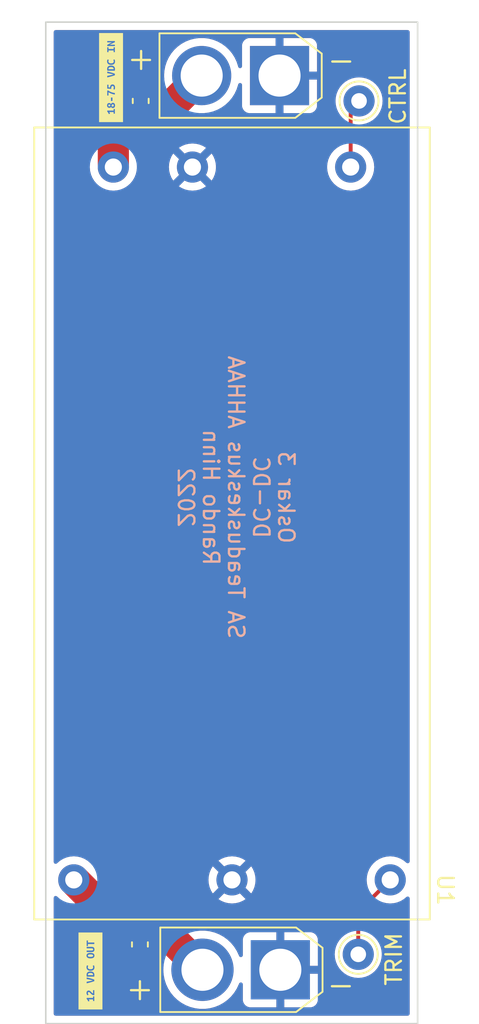
<source format=kicad_pcb>
(kicad_pcb (version 20211014) (generator pcbnew)
  (layers (0 "F.Cu" signal) (31 "B.Cu" signal) (34 "B.Paste" user) (35 "F.Paste" user) (36 "B.SilkS" user "B.Silkscreen") (37 "F.SilkS" user "F.Silkscreen") (38 "B.Mask" user) (39 "F.Mask" user) (44 "Edge.Cuts" user))
  (net 0 "")
  (net 1 "Net-(C1-Pad1)")
  (net 2 "Net-(C2-Pad1)")
  (net 3 "Net-(J2-Pad1)")
  (net 4 "Net-(J3-Pad1)")
  (net 5 "GND")
  (footprint "kibuzzard-625E659B" (layer "F.Cu") (at 170.2308 63.5254 90)
    (fp_text reference "kibuzzard-625E659B" hide)
    (fp_text value "G***" hide)
    (fp_poly (pts (xy -1.709738 0.117872) (xy -1.715691 0.090091) (xy -1.734741 0.068263) (xy -1.768475 0.048419) (xy -1.817688 0.027384) (xy -1.851819 0.068263) (xy -1.863725 0.111522) (xy -1.841103 0.159544) (xy -1.787525 0.175816) (xy -1.730772 0.15875) (xy -1.709738 0.117872)) (layer "F.SilkS") (width 0) (fill solid))
    (fp_poly (pts (xy -1.786731 -0.175816) (xy -1.831578 -0.161528) (xy -1.851025 -0.119459) (xy -1.832769 -0.074216) (xy -1.807567 -0.056356) (xy -1.768475 -0.037703) (xy -1.73355 -0.077788) (xy -1.723231 -0.120253) (xy -1.741884 -0.161925) (xy -1.786731 -0.175816)) (layer "F.SilkS") (width 0) (fill solid))
    (fp_poly (pts (xy 0.536575 0.167084) (xy 0.545306 0.167878) (xy 0.554038 0.167878) (xy 0.609997 0.155178) (xy 0.646509 0.120253) (xy 0.666353 0.067469) (xy 0.670818 0.035421) (xy 0.672306 0.000397) (xy 0.667544 -0.061516) (xy 0.650875 -0.114697) (xy 0.618331 -0.151606) (xy 0.56515 -0.165497) (xy 0.550863 -0.1651) (xy 0.536575 -0.163116) (xy 0.536575 0.167084)) (layer "F.SilkS") (width 0) (fill solid))
    (fp_poly (pts (xy -2.343944 -0.769408) (xy -2.258219 -0.185341) (xy -2.21615 -0.213916) (xy -2.182019 -0.244872) (xy -2.115344 -0.244872) (xy -2.115344 0.165497) (xy -1.950641 0.087213) (xy -1.937544 0.053181) (xy -1.91512 0.022126) (xy -1.882775 -0.005159) (xy -1.912144 -0.029766) (xy -1.9304 -0.055959) (xy -1.9431 -0.113109) (xy -1.934766 -0.162719) (xy -1.908175 -0.209153) (xy -1.859756 -0.243284) (xy -1.826022 -0.253405) (xy -1.785144 -0.256778) (xy -1.721743 -0.248047) (xy -1.672828 -0.221853) (xy -1.641574 -0.180975) (xy -1.631156 -0.128191) (xy -1.635323 -0.094357) (xy -1.647825 -0.061119) (xy -1.669256 -0.030857) (xy -1.700213 -0.005953) (xy -1.661616 0.021431) (xy -1.636316 0.051197) (xy -1.4986 -0.005159) (xy -1.281113 -0.005159) (xy -1.281113 0.090884) (xy -1.4986 0.090884) (xy -1.4986 -0.005159) (xy -1.636316 0.051197) (xy -1.622326 0.083741) (xy -1.617663 0.119459) (xy -1.626791 0.167878) (xy -1.656159 0.211931) (xy -1.708944 0.244078) (xy -1.745258 0.253603) (xy -1.789113 0.256778) (xy -1.824732 0.254496) (xy -1.856978 0.24765) (xy -1.909366 0.221456) (xy -1.9431 0.179388) (xy -1.955006 0.123428) (xy -1.950641 0.087213) (xy -2.115344 0.165497) (xy -2.017713 0.165497) (xy -2.017713 0.246459) (xy -2.316163 0.246459) (xy -2.316163 0.165497) (xy -2.212975 0.165497) (xy -2.212975 -0.109141) (xy -2.263775 -0.080963) (xy -2.312194 -0.061516) (xy -2.343944 -0.142478) (xy -2.302669 -0.160734) (xy -2.258219 -0.185341) (xy -2.343944 -0.769408) (xy -2.856574 -0.769408) (xy -2.856574 0.769408) (xy -1.086644 0.246459) (xy -1.081286 0.194171) (xy -1.069975 0.138906) (xy -1.054199 0.082451) (xy -1.035447 0.026591) (xy -1.014313 -0.027484) (xy -0.991394 -0.078581) (xy -0.968177 -0.124718) (xy -0.94615 -0.163909) (xy -1.152525 -0.163909) (xy -1.152525 -0.244872) (xy -0.83185 -0.244872) (xy -0.83185 -0.171053) (xy -0.854273 -0.141486) (xy -0.878681 -0.101997) (xy -0.903387 -0.05457) (xy -0.926703 -0.001191) (xy -0.947936 0.057051) (xy -0.966391 0.119063) (xy -0.980182 0.18286) (xy -0.987425 0.246459) (xy -1.086644 0.246459) (xy -2.856574 0.769408) (xy -2.343944 0.769408) (xy -0.766763 0.231378) (xy -0.746919 0.150416) (xy -0.702469 0.166291) (xy -0.672108 0.171648) (xy -0.635 0.173434) (xy -0.587772 0.167084) (xy -0.558403 0.150813) (xy -0.543719 0.128191) (xy -0.53975 0.101997) (xy -0.546497 0.064294) (xy -0.573484 0.034925) (xy -0.631031 0.015875) (xy -0.674092 0.010815) (xy -0.728663 0.009128) (xy -0.721519 -0.056852) (xy -0.715963 -0.121444) (xy -0.711795 -0.184249) (xy -0.708819 -0.244872) (xy -0.457994 -0.244872) (xy -0.457994 -0.163909) (xy -0.627063 -0.163909) (xy -0.631031 -0.110728) (xy -0.635 -0.065484) (xy -0.57494 -0.05737) (xy -0.525992 -0.041495) (xy -0.488156 -0.017859) (xy -0.461257 0.013361) (xy -0.445117 0.051991) (xy -0.439738 0.098028) (xy -0.451644 0.161131) (xy -0.488156 0.211534) (xy -0.515739 0.230584) (xy -0.549275 0.244872) (xy -0.588764 0.253802) (xy -0.634206 0.256778) (xy -0.6731 0.254397) (xy -0.7112 0.248444) (xy -0.744141 0.240109) (xy -0.766763 0.231378) (xy -2.343944 0.769408) (xy 2.343944 0.769408) (xy 0.146844 0.246459) (xy 0.127198 0.188119) (xy 0.106363 0.122634) (xy 0.09234 0.076641) (xy 0.078846 0.030736) (xy 0.065881 -0.015081) (xy 0.053622 -0.060016) (xy 0.042245 -0.103276) (xy 0.03175 -0.144859) (xy 0.018653 -0.200422) (xy 0.009525 -0.244872) (xy 0.112713 -0.244872) (xy 0.118666 -0.203696) (xy 0.127 -0.156369) (xy 0.137021 -0.105172) (xy 0.148034 -0.052388) (xy 0.159941 0.000794) (xy 0.172641 0.053181) (xy 0.185638 0.102493) (xy 0.198438 0.146447) (xy 0.211138 0.103088) (xy 0.223838 0.053975) (xy 0.236141 0.001588) (xy 0.24765 -0.051594) (xy 0.258366 -0.104477) (xy 0.268288 -0.155972) (xy 0.277019 -0.203597) (xy 0.284163 -0.244872) (xy 0.386556 -0.244872) (xy 0.37594 -0.194469) (xy 0.363141 -0.138509) (xy 0.348258 -0.078284) (xy 0.331391 -0.015081) (xy 0.438944 0.240903) (xy 0.438944 -0.238522) (xy 0.50165 -0.248047) (xy 0.556419 -0.250428) (xy 0.602754 -0.246856) (xy 0.644922 -0.236141) (xy 0.68193 -0.217785) (xy 0.712788 -0.191294) (xy 0.737493 -0.156567) (xy 0.756047 -0.113506) (xy 0.767655 -0.061416) (xy 0.771525 0.000397) (xy 0.767259 0.063599) (xy 0.754459 0.116681) (xy 0.73412 0.160238) (xy 0.707231 0.194866) (xy 0.674191 0.22096) (xy 0.635397 0.238919) (xy 0.591641 0.249337) (xy 0.543719 0.252809) (xy 0.492522 0.250031) (xy 0.438944 0.240903) (xy 0.331391 -0.015081) (xy 0.319088 0.02831) (xy 0.305991 0.072231) (xy 0.2921 0.116681) (xy 0.277636 0.160911) (xy 0.262819 0.20417) (xy 0.24765 0.246459) (xy 0.146844 0.246459) (xy 2.343944 0.769408) (xy 2.856574 0.769408) (xy 1.027906 0.256778) (xy 0.964053 0.24937) (xy 0.911137 0.227145) (xy 0.869156 0.190103) (xy 0.845195 0.153243) (xy 0.82808 0.109339) (xy 0.817811 0.05839) (xy 0.814388 0.000397) (xy 0.818555 -0.057348) (xy 0.831056 -0.108347) (xy 0.850999 -0.152301) (xy 0.877491 -0.188913) (xy 0.910034 -0.217884) (xy 0.948134 -0.238919) (xy 0.990898 -0.251718) (xy 1.037431 -0.255984) (xy 1.084659 -0.251619) (xy 1.121569 -0.241697) (xy 1.148159 -0.229791) (xy 1.164431 -0.220266) (xy 1.139031 -0.142478) (xy 1.094978 -0.162719) (xy 1.035844 -0.171053) (xy 0.990997 -0.162719) (xy 0.952103 -0.134938) (xy 0.924322 -0.082947) (xy 0.916285 -0.046434) (xy 0.913606 -0.001984) (xy 0.916825 0.049742) (xy 0.926483 0.092736) (xy 0.942578 0.127) (xy 0.980777 0.160635) (xy 1.037431 0.171847) (xy 1.100534 0.163116) (xy 1.140619 0.145653) (xy 1.165225 0.222647) (xy 1.109266 0.246063) (xy 1.071265 0.254099) (xy 1.027906 0.256778) (xy 2.856574 0.769408) (xy 2.856574 -0.769408) (xy 1.941513 -0.244872) (xy 1.941513 -0.163909) (xy 1.83515 -0.163909) (xy 1.83515 0.165497) (xy 1.941513 0.165497) (xy 2.020094 0.246459) (xy 2.020094 -0.244872) (xy 2.098675 -0.244872) (xy 2.1209 -0.208459) (xy 2.143125 -0.169069) (xy 2.165052 -0.12829) (xy 2.186384 -0.087709) (xy 2.206625 -0.047823) (xy 2.225278 -0.009128) (xy 2.241848 0.026591) (xy 2.255838 0.057547) (xy 2.255838 -0.244872) (xy 2.343944 -0.244872) (xy 2.343944 0.246459) (xy 2.265363 0.246459) (xy 2.242476 0.191999) (xy 2.218267 0.137627) (xy 2.192734 0.083344) (xy 2.165879 0.02906) (xy 2.137701 -0.025312) (xy 2.1082 -0.079772) (xy 2.1082 0.246459) (xy 2.020094 0.246459) (xy 1.941513 0.165497) (xy 1.941513 0.246459) (xy 1.629569 0.246459) (xy 1.629569 0.165497) (xy 1.736725 0.165497) (xy 1.736725 -0.163909) (xy 1.629569 -0.163909) (xy 1.629569 -0.244872) (xy 1.941513 -0.244872) (xy 2.856574 -0.769408) (xy 2.343944 -0.769408) (xy -2.343944 -0.769408)) (layer "F.SilkS") (width 0) (fill solid))
  )
  (footprint "kibuzzard-625E65AB" (layer "F.Cu") (at 168.91 120.8278 90)
    (fp_text reference "kibuzzard-625E65AB" hide)
    (fp_text value "G***" hide)
    (fp_poly (pts (xy -1.955403 -0.769011) (xy -1.869678 -0.185738) (xy -1.827609 -0.214313) (xy -1.793478 -0.245269) (xy -1.726803 -0.245269) (xy -1.726803 0.1651) (xy -1.40335 -0.023813) (xy -1.366044 -0.066675) (xy -1.351359 -0.108744) (xy -1.369616 -0.155178) (xy -1.415653 -0.17145) (xy -1.464072 -0.160338) (xy -1.514078 -0.123031) (xy -1.562497 -0.191294) (xy -1.528266 -0.220266) (xy -1.489075 -0.240506) (xy -1.447502 -0.252412) (xy -1.406128 -0.256381) (xy -1.348184 -0.24765) (xy -1.298972 -0.221456) (xy -1.264841 -0.177403) (xy -1.252141 -0.115888) (xy -1.261666 -0.067072) (xy -1.287066 -0.021431) (xy -1.322784 0.021431) (xy -1.363266 0.061119) (xy -1.387078 0.083741) (xy -1.412478 0.110728) (xy -1.432719 0.138906) (xy -1.441053 0.1651) (xy -1.229916 0.1651) (xy -1.229916 0.246063) (xy -1.550591 0.246063) (xy -1.552575 0.226219) (xy -1.552178 0.20955) (xy -1.548507 0.17145) (xy -1.537494 0.136525) (xy -1.520825 0.104477) (xy -1.500188 0.075009) (xy -1.476772 0.047823) (xy -1.451769 0.022622) (xy -1.426766 -0.001091) (xy -1.40335 -0.023813) (xy -1.726803 0.1651) (xy -1.629172 0.1651) (xy -1.629172 0.246063) (xy -1.927622 0.246063) (xy -1.927622 0.1651) (xy -1.824434 0.1651) (xy -1.824434 -0.109538) (xy -1.875234 -0.081359) (xy -1.923653 -0.061913) (xy -1.955403 -0.142875) (xy -1.914128 -0.161131) (xy -1.869678 -0.185738) (xy -1.955403 -0.769011) (xy -2.468033 -0.769011) (xy -2.468033 0.769011) (xy -0.655241 0.246063) (xy -0.674886 0.187722) (xy -0.695722 0.122238) (xy -0.709745 0.076244) (xy -0.723239 0.030339) (xy -0.736203 -0.015478) (xy -0.748462 -0.060413) (xy -0.759839 -0.103673) (xy -0.770334 -0.145256) (xy -0.783431 -0.200819) (xy -0.792559 -0.245269) (xy -0.689372 -0.245269) (xy -0.683419 -0.204093) (xy -0.675084 -0.156766) (xy -0.665063 -0.105569) (xy -0.65405 -0.052784) (xy -0.642144 0.000397) (xy -0.629444 0.052784) (xy -0.616446 0.102096) (xy -0.603647 0.14605) (xy -0.590947 0.102691) (xy -0.578247 0.053578) (xy -0.565944 0.001191) (xy -0.554434 -0.051991) (xy -0.543719 -0.104874) (xy -0.533797 -0.156369) (xy -0.525066 -0.203994) (xy -0.517922 -0.245269) (xy -0.415528 -0.245269) (xy -0.426145 -0.194866) (xy -0.438944 -0.138906) (xy -0.453827 -0.07868) (xy -0.470694 -0.015478) (xy -0.482997 0.027914) (xy -0.496094 0.071834) (xy -0.509984 0.116284) (xy -0.524448 0.160514) (xy -0.363141 0.240506) (xy -0.363141 -0.238919) (xy -0.300434 -0.248444) (xy -0.245666 -0.250825) (xy -0.19933 -0.247253) (xy -0.157163 -0.236538) (xy -0.120154 -0.218182) (xy -0.089297 -0.191691) (xy -0.064591 -0.156964) (xy -0.046038 -0.113903) (xy -0.034429 -0.061813) (xy -0.030559 0) (xy -0.034826 0.063202) (xy -0.047625 0.116284) (xy -0.067965 0.159841) (xy -0.094853 0.194469) (xy -0.127893 0.220563) (xy -0.166688 0.238522) (xy -0.210443 0.24894) (xy -0.258366 0.252412) (xy -0.309563 0.249634) (xy -0.363141 0.240506) (xy -0.524448 0.160514) (xy -0.539265 0.203773) (xy -0.554434 0.246063) (xy -0.655241 0.246063) (xy -2.468033 0.769011) (xy -1.955403 0.769011) (xy 0.225822 0.256381) (xy 0.161969 0.248973) (xy 0.109052 0.226748) (xy 0.067072 0.189706) (xy 0.043111 0.152846) (xy 0.025995 0.108942) (xy 0.015726 0.057993) (xy 0.012303 0) (xy 0.01647 -0.057745) (xy 0.028972 -0.108744) (xy 0.048915 -0.152698) (xy 0.075406 -0.189309) (xy 0.10795 -0.218281) (xy 0.14605 -0.239316) (xy 0.188813 -0.252115) (xy 0.235347 -0.256381) (xy 0.282575 -0.252016) (xy 0.319484 -0.242094) (xy 0.346075 -0.230188) (xy 0.362347 -0.220663) (xy 0.336947 -0.142875) (xy 0.292894 -0.163116) (xy 0.233759 -0.17145) (xy 0.188913 -0.163116) (xy 0.150019 -0.135334) (xy 0.122238 -0.083344) (xy 0.114201 -0.046831) (xy 0.111522 -0.002381) (xy 0.114741 0.049345) (xy 0.124398 0.09234) (xy 0.140494 0.126603) (xy 0.178693 0.160238) (xy 0.235347 0.17145) (xy 0.29845 0.162719) (xy 0.338534 0.145256) (xy 0.363141 0.22225) (xy 0.307181 0.245666) (xy 0.26918 0.253702) (xy 0.225822 0.256381) (xy -1.955403 0.769011) (xy 1.955403 0.769011) (xy 1.114028 0.191691) (xy 1.079103 0.22763) (xy 1.035711 0.249193) (xy 0.983853 0.256381) (xy 0.930716 0.249193) (xy 0.886663 0.22763) (xy 0.851694 0.191691) (xy 0.831726 0.155451) (xy 0.817463 0.111423) (xy 0.808906 0.059606) (xy 0.806053 0) (xy 0.80898 -0.059606) (xy 0.817761 -0.111423) (xy 0.832396 -0.155451) (xy 0.852884 -0.191691) (xy 0.888162 -0.22763) (xy 0.931554 -0.249193) (xy 0.983059 -0.256381) (xy 1.036152 -0.249193) (xy 1.080073 -0.22763) (xy 1.114822 -0.191691) (xy 1.134616 -0.155451) (xy 1.148755 -0.111423) (xy 1.157238 -0.059606) (xy 1.160066 0) (xy 1.157188 0.059606) (xy 1.148556 0.111423) (xy 1.13417 0.155451) (xy 1.114028 0.191691) (xy 1.955403 0.769011) (xy 2.468033 0.769011) (xy 1.378347 0.256381) (xy 1.334591 0.253107) (xy 1.298575 0.243284) (xy 1.247378 0.205581) (xy 1.231106 0.178395) (xy 1.220391 0.14605) (xy 1.214438 0.109141) (xy 1.212453 0.068263) (xy 1.212453 -0.245269) (xy 1.310878 -0.245269) (xy 1.310878 0.061913) (xy 1.314053 0.113903) (xy 1.324769 0.147638) (xy 1.345803 0.165894) (xy 1.379934 0.17145) (xy 1.414066 0.165894) (xy 1.435497 0.147241) (xy 1.446609 0.113109) (xy 1.449784 0.061119) (xy 1.449784 -0.245269) (xy 1.547416 -0.245269) (xy 1.547416 0.068263) (xy 1.545431 0.109141) (xy 1.539478 0.14605) (xy 1.528564 0.178395) (xy 1.511697 0.205581) (xy 1.488678 0.22731) (xy 1.459309 0.243284) (xy 1.422797 0.253107) (xy 1.378347 0.256381) (xy 2.468033 0.769011) (xy 2.468033 -0.769011) (xy 1.955403 -0.245269) (xy 1.955403 -0.164306) (xy 1.826022 -0.164306) (xy 1.826022 0.246063) (xy 1.727597 0.246063) (xy 1.727597 -0.164306) (xy 1.598216 -0.164306) (xy 1.598216 -0.245269) (xy 1.955403 -0.245269) (xy 2.468033 -0.769011) (xy 1.955403 -0.769011) (xy -1.955403 -0.769011)) (layer "F.SilkS") (width 0) (fill solid))
    (fp_poly (pts (xy -0.265509 0.166688) (xy -0.256778 0.167481) (xy -0.248047 0.167481) (xy -0.192088 0.154781) (xy -0.155575 0.119856) (xy -0.135731 0.067072) (xy -0.131266 0.035024) (xy -0.129778 0) (xy -0.134541 -0.061913) (xy -0.151209 -0.115094) (xy -0.183753 -0.152003) (xy -0.236934 -0.165894) (xy -0.251222 -0.165497) (xy -0.265509 -0.163513) (xy -0.265509 0.166688)) (layer "F.SilkS") (width 0) (fill solid))
    (fp_poly (pts (xy 0.905272 0) (xy 0.905966 0.034627) (xy 0.90805 0.067072) (xy 0.919163 0.121444) (xy 0.942578 0.157956) (xy 0.983059 0.17145) (xy 1.023144 0.157956) (xy 1.046956 0.121047) (xy 1.058069 0.066675) (xy 1.060152 0.034528) (xy 1.060847 0) (xy 1.060152 -0.034627) (xy 1.058069 -0.067072) (xy 1.046956 -0.121444) (xy 1.023541 -0.157956) (xy 0.983059 -0.17145) (xy 0.942578 -0.157956) (xy 0.919163 -0.121047) (xy 0.90805 -0.066675) (xy 0.905966 -0.034528) (xy 0.905272 0)) (layer "F.SilkS") (width 0) (fill solid))
  )
  (footprint "Capacitor_SMD:C_0603_1608Metric" (layer "F.Cu") (at 172.1358 65.024 90)
    (fp_text reference "C1" hide)
    (fp_text value "C_Small")
    (fp_line (start -0.14058 -0.51) (end 0.14058 -0.51) (layer "F.SilkS") (width 0.12))
    (fp_line (start -0.14058 0.51) (end 0.14058 0.51) (layer "F.SilkS") (width 0.12))
    (pad "1" smd roundrect (at -0.775 0 90) (size 0.9 0.95) (layers "F.Cu" "F.Paste" "F.Mask") (net 1 "Net-(C1-Pad1)"))
    (pad "2" smd roundrect (at 0.775 0 90) (size 0.9 0.95) (layers "F.Cu" "F.Paste" "F.Mask") (net 5 "GND"))
  )
  (footprint "Connector_AMASS:AMASS_XT30U-F_1x02_P5.0mm_Vertical" (layer "F.Cu") (at 181.102 120.7516 180)
    (fp_text reference "J4" hide)
    (fp_text value "Conn_01x02_Female")
    (fp_text user "-" (at -3.8862 -0.9398) (layer "F.SilkS") (effects (font (size 1.5 1.5))))
    (fp_text user "+" (at 9.017 -1.1938) (layer "F.SilkS") (effects (font (size 1.5 1.5)) (justify mirror)))
    (fp_line (start -2.71 -1.41) (end -2.71 1.41) (layer "F.SilkS") (width 0.12))
    (fp_line (start -2.71 1.41) (end -1.01 2.71) (layer "F.SilkS") (width 0.12))
    (fp_line (start -1.01 -2.71) (end 7.71 -2.71) (layer "F.SilkS") (width 0.12))
    (fp_line (start -1.01 2.71) (end 7.71 2.71) (layer "F.SilkS") (width 0.12))
    (fp_line (start 7.71 -2.71) (end 7.71 2.71) (layer "F.SilkS") (width 0.12))
    (fp_line (start -2.71 -1.41) (end -1.01 -2.71) (layer "F.SilkS") (width 0.12))
    (pad "1" thru_hole rect (at 0 0 180) (size 3.8 3.8) (drill 2.7) (layers *.Cu *.Mask) (net 5 "GND"))
    (pad "2" thru_hole circle (at 5 0 180) (size 4 4) (drill 2.7) (layers *.Cu *.Mask) (net 2 "Net-(C2-Pad1)"))
  )
  (footprint "Connector_Pin:Pin_D1.0mm_L10.0mm" (layer "F.Cu") (at 186.1058 119.761)
    (fp_text reference "J3" hide)
    (fp_text value "Conn_01x01_Female")
    (fp_circle (center 0 0) (end 1.25 0.05) (layer "F.SilkS") (width 0.12) (fill none))
    (pad "1" thru_hole circle (at 0 0) (size 2 2) (drill 1) (layers *.Cu *.Mask) (net 4 "Net-(J3-Pad1)"))
  )
  (footprint "Capacitor_SMD:C_0603_1608Metric" (layer "F.Cu") (at 172.085 119.126 -90)
    (fp_text reference "C2" hide)
    (fp_text value "C_Small")
    (fp_line (start -0.14058 -0.51) (end 0.14058 -0.51) (layer "F.SilkS") (width 0.12))
    (fp_line (start -0.14058 0.51) (end 0.14058 0.51) (layer "F.SilkS") (width 0.12))
    (pad "1" smd roundrect (at -0.775 0 270) (size 0.9 0.95) (layers "F.Cu" "F.Paste" "F.Mask") (net 2 "Net-(C2-Pad1)"))
    (pad "2" smd roundrect (at 0.775 0 270) (size 0.9 0.95) (layers "F.Cu" "F.Paste" "F.Mask") (net 5 "GND"))
  )
  (footprint "Connector_Pin:Pin_D1.0mm_L10.0mm" (layer "F.Cu") (at 186.1566 65.024)
    (fp_text reference "J2" hide)
    (fp_text value "Conn_01x01_Female")
    (fp_circle (center 0 0) (end 1.25 0.05) (layer "F.SilkS") (width 0.12) (fill none))
    (pad "1" thru_hole circle (at 0 0) (size 2 2) (drill 1) (layers *.Cu *.Mask) (net 3 "Net-(J2-Pad1)"))
  )
  (footprint "Connector_AMASS:AMASS_XT30U-M_1x02_P5.0mm_Vertical" (layer "F.Cu") (at 181.0512 63.3984 180)
    (fp_text reference "J1" hide)
    (fp_text value "Conn_01x02_Female")
    (fp_text user "-" (at -3.9624 1.016) (layer "F.SilkS") (effects (font (size 1.5 1.5))))
    (fp_text user "+" (at 8.89 1.1176) (layer "F.SilkS") (effects (font (size 1.5 1.5))))
    (fp_line (start -2.71 -1.41) (end -1.01 -2.71) (layer "F.SilkS") (width 0.12))
    (fp_line (start -1.01 -2.71) (end 7.71 -2.71) (layer "F.SilkS") (width 0.12))
    (fp_line (start -2.71 1.41) (end -1.01 2.71) (layer "F.SilkS") (width 0.12))
    (fp_line (start 7.71 -2.71) (end 7.71 2.71) (layer "F.SilkS") (width 0.12))
    (fp_line (start -2.71 -1.41) (end -2.71 1.41) (layer "F.SilkS") (width 0.12))
    (fp_line (start -1.01 2.71) (end 7.71 2.71) (layer "F.SilkS") (width 0.12))
    (pad "1" thru_hole rect (at 0 0 180) (size 3.8 3.8) (drill 2.7) (layers *.Cu *.Mask) (net 5 "GND"))
    (pad "2" thru_hole circle (at 5 0 180) (size 3.8 3.8) (drill 2.7) (layers *.Cu *.Mask) (net 1 "Net-(C1-Pad1)"))
  )
  (footprint "Oskar:MPRB4812LD-30W" (layer "F.Cu") (at 177.6984 92.1258 -90)
    (fp_text reference "U1" (at 23.5 -14 -90 unlocked) (layer "F.SilkS"))
    (fp_text value "MPRB4812LD-30W")
    (fp_line (start 25.4 -13) (end -25.4 -13) (layer "F.SilkS") (width 0.12))
    (fp_line (start 25.4 12.4) (end 25.4 -13) (layer "F.SilkS") (width 0.12))
    (fp_line (start -25.4 12.4) (end 25.4 12.4) (layer "F.SilkS") (width 0.12))
    (fp_rect (start -25.4 -13) (end -25.4 12.4) (layer "F.SilkS") (width 0.12) (fill none))
    (pad "1" thru_hole circle (at -22.86 -7.92 270) (size 2 2) (drill 1.1) (layers *.Cu *.Mask) (net 3 "Net-(J2-Pad1)"))
    (pad "2" thru_hole circle (at -22.86 2.24 270) (size 2 2) (drill 1.1) (layers *.Cu *.Mask) (net 5 "GND"))
    (pad "3" thru_hole circle (at -22.86 7.32 270) (size 2 2) (drill 1.1) (layers *.Cu *.Mask) (net 1 "Net-(C1-Pad1)"))
    (pad "4" thru_hole circle (at 22.86 9.86 270) (size 2 2) (drill 1.1) (layers *.Cu *.Mask) (net 2 "Net-(C2-Pad1)"))
    (pad "5" thru_hole circle (at 22.86 -0.3 270) (size 2 2) (drill 1.1) (layers *.Cu *.Mask) (net 5 "GND"))
    (pad "6" thru_hole circle (at 22.86 -10.46 270) (size 2 2) (drill 1.1) (layers *.Cu *.Mask) (net 4 "Net-(J3-Pad1)"))
  )
  (gr_rect (start 166.0398 59.9694) (end 189.9158 124.206) (layer "Edge.Cuts") (width 0.1) (fill none))
  (gr_text "Oskar 3\nDC-DC\nSA Teaduskeskus AHHAA\nRando Hinn\n2022" (at 178.2572 90.4494 -90) (layer "B.SilkS") (effects (font (size 1 1)) (justify mirror)))
  (gr_text "CTRL" (at 188.6458 64.7446 90) (layer "F.SilkS") (effects (font (size 1 1))))
  (gr_text "TRIM" (at 188.3918 120.0658 90) (layer "F.SilkS") (effects (font (size 1 1))))
  (segment (start 170.3784 67.65592) (end 172.1358 65.89852) (width 2) (layer "F.Cu") (net 1))
  (segment (start 170.3784 69.2658) (end 170.3784 67.65592) (width 2) (layer "F.Cu") (net 1))
  (segment (start 173.55108 65.89852) (end 172.1358 65.89852) (width 2) (layer "F.Cu") (net 1))
  (segment (start 176.0512 63.3984) (end 173.55108 65.89852) (width 2) (layer "F.Cu") (net 1))
  (segment (start 171.10408 118.25148) (end 167.8384 114.9858) (width 2) (layer "F.Cu") (net 2))
  (segment (start 176.102 120.7516) (end 173.60188 118.25148) (width 2) (layer "F.Cu") (net 2))
  (segment (start 173.60188 118.25148) (end 171.10408 118.25148) (width 2) (layer "F.Cu") (net 2))
  (segment (start 185.6184 65.5622) (end 186.1566 65.024) (width 0.25) (layer "F.Cu") (net 3))
  (segment (start 185.6184 69.2658) (end 185.6184 65.5622) (width 0.25) (layer "F.Cu") (net 3))
  (segment (start 186.1058 119.761) (end 186.1058 117.0384) (width 0.25) (layer "F.Cu") (net 4))
  (segment (start 186.1058 117.0384) (end 188.1584 114.9858) (width 0.25) (layer "F.Cu") (net 4))
  (zone (net 5) (net_name "GND") (layers F&B.Cu) (connect_pads (clearance 0.508)) (min_thickness 0.254) (fill yes (thermal_gap 0.508) (thermal_bridge_width 0.508))
    (polygon (pts (xy 189.7888 59.9948) (xy 189.8396 124.206) (xy 166.0144 124.206) (xy 166.0144 60.0456) (xy 166.1414 59.944)))
  )
)
</source>
